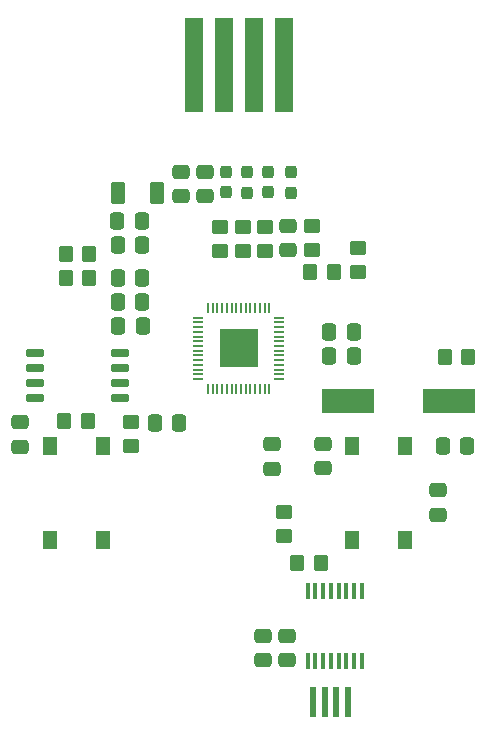
<source format=gtp>
G04 #@! TF.GenerationSoftware,KiCad,Pcbnew,6.0.10*
G04 #@! TF.CreationDate,2023-07-05T17:22:53-05:00*
G04 #@! TF.ProjectId,display_board,64697370-6c61-4795-9f62-6f6172642e6b,rev?*
G04 #@! TF.SameCoordinates,Original*
G04 #@! TF.FileFunction,Paste,Top*
G04 #@! TF.FilePolarity,Positive*
%FSLAX46Y46*%
G04 Gerber Fmt 4.6, Leading zero omitted, Abs format (unit mm)*
G04 Created by KiCad (PCBNEW 6.0.10) date 2023-07-05 17:22:53*
%MOMM*%
%LPD*%
G01*
G04 APERTURE LIST*
G04 Aperture macros list*
%AMRoundRect*
0 Rectangle with rounded corners*
0 $1 Rounding radius*
0 $2 $3 $4 $5 $6 $7 $8 $9 X,Y pos of 4 corners*
0 Add a 4 corners polygon primitive as box body*
4,1,4,$2,$3,$4,$5,$6,$7,$8,$9,$2,$3,0*
0 Add four circle primitives for the rounded corners*
1,1,$1+$1,$2,$3*
1,1,$1+$1,$4,$5*
1,1,$1+$1,$6,$7*
1,1,$1+$1,$8,$9*
0 Add four rect primitives between the rounded corners*
20,1,$1+$1,$2,$3,$4,$5,0*
20,1,$1+$1,$4,$5,$6,$7,0*
20,1,$1+$1,$6,$7,$8,$9,0*
20,1,$1+$1,$8,$9,$2,$3,0*%
G04 Aperture macros list end*
%ADD10RoundRect,0.250000X0.337500X0.475000X-0.337500X0.475000X-0.337500X-0.475000X0.337500X-0.475000X0*%
%ADD11RoundRect,0.150000X0.650000X0.150000X-0.650000X0.150000X-0.650000X-0.150000X0.650000X-0.150000X0*%
%ADD12R,4.500000X2.000000*%
%ADD13RoundRect,0.250000X0.350000X0.450000X-0.350000X0.450000X-0.350000X-0.450000X0.350000X-0.450000X0*%
%ADD14RoundRect,0.250000X-0.337500X-0.475000X0.337500X-0.475000X0.337500X0.475000X-0.337500X0.475000X0*%
%ADD15RoundRect,0.250000X-0.350000X-0.450000X0.350000X-0.450000X0.350000X0.450000X-0.350000X0.450000X0*%
%ADD16R,1.300000X1.550000*%
%ADD17RoundRect,0.250000X0.475000X-0.337500X0.475000X0.337500X-0.475000X0.337500X-0.475000X-0.337500X0*%
%ADD18RoundRect,0.250000X0.362500X0.700000X-0.362500X0.700000X-0.362500X-0.700000X0.362500X-0.700000X0*%
%ADD19RoundRect,0.250000X0.450000X-0.350000X0.450000X0.350000X-0.450000X0.350000X-0.450000X-0.350000X0*%
%ADD20RoundRect,0.237500X-0.237500X0.287500X-0.237500X-0.287500X0.237500X-0.287500X0.237500X0.287500X0*%
%ADD21RoundRect,0.250000X-0.475000X0.337500X-0.475000X-0.337500X0.475000X-0.337500X0.475000X0.337500X0*%
%ADD22R,0.200000X0.850000*%
%ADD23R,0.850000X0.200000*%
%ADD24R,3.200000X3.200000*%
%ADD25RoundRect,0.250000X-0.450000X0.350000X-0.450000X-0.350000X0.450000X-0.350000X0.450000X0.350000X0*%
%ADD26R,0.450000X1.475000*%
%ADD27R,0.600000X2.600000*%
%ADD28R,1.600000X8.000000*%
G04 APERTURE END LIST*
D10*
X16954000Y-17310000D03*
X14879000Y-17310000D03*
X16977000Y-24168000D03*
X14902000Y-24168000D03*
D11*
X15072000Y-32296000D03*
X15072000Y-31026000D03*
X15072000Y-29756000D03*
X15072000Y-28486000D03*
X7872000Y-28486000D03*
X7872000Y-29756000D03*
X7872000Y-31026000D03*
X7872000Y-32296000D03*
D12*
X34426000Y-32512000D03*
X42926000Y-32512000D03*
D13*
X12361000Y-34201000D03*
X10361000Y-34201000D03*
D14*
X32809000Y-28740000D03*
X34884000Y-28740000D03*
D15*
X42577000Y-28829000D03*
X44577000Y-28829000D03*
D16*
X34743000Y-44272000D03*
X34743000Y-36322000D03*
X39243000Y-36322000D03*
X39243000Y-44272000D03*
D17*
X42037000Y-42164000D03*
X42037000Y-40089000D03*
D13*
X12500000Y-22136000D03*
X10500000Y-22136000D03*
X33201000Y-21628000D03*
X31201000Y-21628000D03*
D10*
X17020000Y-26200000D03*
X14945000Y-26200000D03*
D15*
X10500000Y-20104000D03*
X12500000Y-20104000D03*
D17*
X20279000Y-15172500D03*
X20279000Y-13097500D03*
D18*
X18270000Y-14897000D03*
X14945000Y-14897000D03*
D19*
X31328000Y-19723000D03*
X31328000Y-17723000D03*
X23581000Y-19818000D03*
X23581000Y-17818000D03*
D10*
X20109000Y-34417000D03*
X18034000Y-34417000D03*
D20*
X29550000Y-13147000D03*
X29550000Y-14897000D03*
D19*
X25486000Y-19818000D03*
X25486000Y-17818000D03*
D21*
X27940000Y-36173500D03*
X27940000Y-38248500D03*
D10*
X16977000Y-22136000D03*
X14902000Y-22136000D03*
X16977000Y-19342000D03*
X14902000Y-19342000D03*
D20*
X24089000Y-13119000D03*
X24089000Y-14869000D03*
D21*
X29210000Y-52408000D03*
X29210000Y-54483000D03*
D17*
X22311000Y-15194000D03*
X22311000Y-13119000D03*
D22*
X22546000Y-31517000D03*
X22946000Y-31517000D03*
X23346000Y-31517000D03*
X23746000Y-31517000D03*
X24146000Y-31517000D03*
X24546000Y-31517000D03*
X24946000Y-31517000D03*
X25346000Y-31517000D03*
X25746000Y-31517000D03*
X26146000Y-31517000D03*
X26546000Y-31517000D03*
X26946000Y-31517000D03*
X27346000Y-31517000D03*
X27746000Y-31517000D03*
D23*
X28596000Y-30667000D03*
X28596000Y-30267000D03*
X28596000Y-29867000D03*
X28596000Y-29467000D03*
X28596000Y-29067000D03*
X28596000Y-28667000D03*
X28596000Y-28267000D03*
X28596000Y-27867000D03*
X28596000Y-27467000D03*
X28596000Y-27067000D03*
X28596000Y-26667000D03*
X28596000Y-26267000D03*
X28596000Y-25867000D03*
X28596000Y-25467000D03*
D22*
X27746000Y-24617000D03*
X27346000Y-24617000D03*
X26946000Y-24617000D03*
X26546000Y-24617000D03*
X26146000Y-24617000D03*
X25746000Y-24617000D03*
X25346000Y-24617000D03*
X24946000Y-24617000D03*
X24546000Y-24617000D03*
X24146000Y-24617000D03*
X23746000Y-24617000D03*
X23346000Y-24617000D03*
X22946000Y-24617000D03*
X22546000Y-24617000D03*
D23*
X21696000Y-25467000D03*
X21696000Y-25867000D03*
X21696000Y-26267000D03*
X21696000Y-26667000D03*
X21696000Y-27067000D03*
X21696000Y-27467000D03*
X21696000Y-27867000D03*
X21696000Y-28267000D03*
X21696000Y-28667000D03*
X21696000Y-29067000D03*
X21696000Y-29467000D03*
X21696000Y-29867000D03*
X21696000Y-30267000D03*
X21696000Y-30667000D03*
D24*
X25146000Y-28067000D03*
D21*
X6646000Y-34328000D03*
X6646000Y-36403000D03*
D25*
X35265000Y-19612000D03*
X35265000Y-21612000D03*
D19*
X27391000Y-19818000D03*
X27391000Y-17818000D03*
D21*
X27178000Y-52408000D03*
X27178000Y-54483000D03*
D17*
X29296000Y-19766000D03*
X29296000Y-17691000D03*
D15*
X30099000Y-46228000D03*
X32099000Y-46228000D03*
D20*
X27645000Y-13119000D03*
X27645000Y-14869000D03*
X25867000Y-13147000D03*
X25867000Y-14897000D03*
D26*
X30999000Y-54500000D03*
X31649000Y-54500000D03*
X32299000Y-54500000D03*
X32949000Y-54500000D03*
X33599000Y-54500000D03*
X34249000Y-54500000D03*
X34899000Y-54500000D03*
X35549000Y-54500000D03*
X35549000Y-48624000D03*
X34899000Y-48624000D03*
X34249000Y-48624000D03*
X33599000Y-48624000D03*
X32949000Y-48624000D03*
X32299000Y-48624000D03*
X31649000Y-48624000D03*
X30999000Y-48624000D03*
D27*
X34417000Y-58024000D03*
X33417000Y-58024000D03*
X32417000Y-58024000D03*
X31417000Y-58024000D03*
D21*
X32258000Y-36152000D03*
X32258000Y-38227000D03*
D19*
X28956000Y-43942000D03*
X28956000Y-41942000D03*
D16*
X13631000Y-36360000D03*
X13631000Y-44310000D03*
X9131000Y-44310000D03*
X9131000Y-36360000D03*
D19*
X16044000Y-36328000D03*
X16044000Y-34328000D03*
D14*
X32809000Y-26708000D03*
X34884000Y-26708000D03*
D10*
X44493000Y-36322000D03*
X42418000Y-36322000D03*
D28*
X28956000Y-4064000D03*
X26416000Y-4064000D03*
X23876000Y-4064000D03*
X21336000Y-4064000D03*
M02*

</source>
